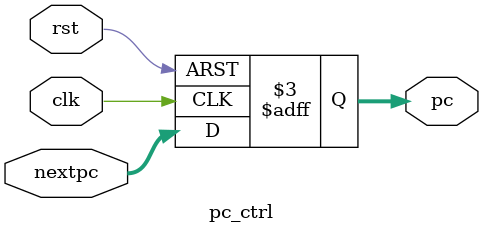
<source format=v>
module pc_ctrl(
    input rst,clk,
    input [12:0] nextpc,
    output reg [12:0] pc
);

    always @(negedge rst,posedge clk) begin
        if (~rst) begin
            pc=0;
        end
        else begin
            pc=nextpc;
        end
    end
endmodule
</source>
